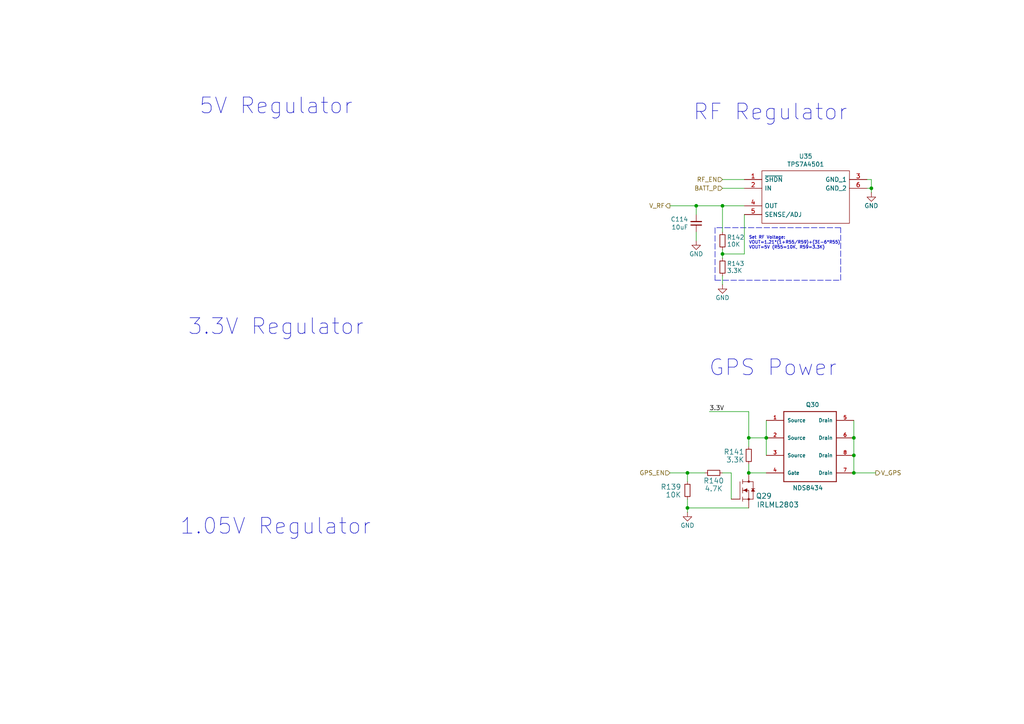
<source format=kicad_sch>
(kicad_sch (version 20231120) (generator "eeschema") (generator_version "8.0")
  (paper "A4")
  (lib_symbols
    (symbol "Device:C_Small" (pin_numbers hide) (pin_names (offset 0.254) hide)
      (property "Reference" "C" (at 0.254 1.778 0))
      (property "Value" "C_Small" (at 0.254 -2.032 0))
      (symbol "C_Small_0_1"
        (polyline (pts (xy -1.524 -0.508) (xy 1.524 -0.508)) (stroke (width 0.3302)))
        (polyline (pts (xy -1.524 0.508) (xy 1.524 0.508)) (stroke (width 0.3048)))
      )
      (symbol "C_Small_1_1"
        (pin passive line (at 0 2.54 270) (length 2.032) (name "~") (number "1"))
        (pin passive line (at 0 -2.54 90) (length 2.032) (name "~") (number "2"))
      )
    )
    (symbol "Device:R_Small" (pin_numbers hide) (pin_names (offset 0.254) hide)
      (property "Reference" "R" (at 0.762 0.508 0))
      (property "Value" "R_Small" (at 0.762 -1.016 0))
      (symbol "R_Small_0_1"
        (rectangle (start -0.762 1.778) (end 0.762 -1.778) (stroke (width 0.2032)))
      )
      (symbol "R_Small_1_1"
        (pin passive line (at 0 2.54 270) (length 0.762) (name "~") (number "1"))
        (pin passive line (at 0 -2.54 90) (length 0.762) (name "~") (number "2"))
      )
    )
    (symbol "mainboard:IRLML2803TRPBF" (pin_names (offset 1.016))
      (property "Reference" "Q" (at -11.43 1.27 0))
      (property "Value" "IRLML2803TRPBF" (at -11.43 3.81 0))
      (symbol "IRLML2803TRPBF_1_0"
        (polyline (pts (xy 0 2.54) (xy 0 -2.54)))
        (polyline (pts (xy 0.762 -2.54) (xy 0.762 -3.175)))
        (polyline (pts (xy 0.762 -1.905) (xy 0.762 -2.54)))
        (polyline (pts (xy 0.762 0) (xy 0.762 -0.762)))
        (polyline (pts (xy 0.762 0) (xy 2.54 0)))
        (polyline (pts (xy 0.762 0.762) (xy 0.762 0)))
        (polyline (pts (xy 0.762 2.54) (xy 0.762 1.905)))
        (polyline (pts (xy 0.762 2.54) (xy 3.81 2.54)))
        (polyline (pts (xy 0.762 3.175) (xy 0.762 2.54)))
        (polyline (pts (xy 2.54 -2.54) (xy 0.762 -2.54)))
        (polyline (pts (xy 2.54 -2.54) (xy 3.81 -2.54)))
        (polyline (pts (xy 2.54 0) (xy 2.54 -2.54)))
        (polyline (pts (xy 3.302 0.508) (xy 3.81 0.508)))
        (polyline (pts (xy 3.81 -0.508) (xy 3.81 -2.54)))
        (polyline (pts (xy 3.81 0.508) (xy 3.81 -0.508)))
        (polyline (pts (xy 3.81 0.508) (xy 4.318 0.508)))
        (polyline (pts (xy 3.81 2.54) (xy 3.81 0.508)))
        (polyline (pts (xy 1.016 0) (xy 2.032 0.508) (xy 2.032 -0.508)) (fill (type outline)))
        (polyline (pts (xy 3.81 0.508) (xy 3.302 -0.254) (xy 4.318 -0.254)) (fill (type outline)))
        (circle (center 2.54 -2.54) (radius 0.254))
        (circle (center 2.54 2.54) (radius 0.254))
        (pin passive line (at -2.54 -2.54 0) (length 2.54) (name "G") (number "1"))
        (pin passive line (at 2.54 -5.08 90) (length 2.54) (name "S") (number "2"))
        (pin passive line (at 2.54 5.08 270) (length 2.54) (name "D") (number "3"))
      )
    )
    (symbol "mainboard:NDS8434" (pin_names (offset 1.016))
      (symbol "NDS8434_0_0"
        (polyline (pts (xy -7.62 -10.16) (xy -7.62 10.16)) (stroke (width 0.254)))
        (polyline (pts (xy -7.62 10.16) (xy 7.62 10.16)) (stroke (width 0.254)))
        (polyline (pts (xy 7.62 -10.16) (xy -7.62 -10.16)) (stroke (width 0.254)))
        (polyline (pts (xy 7.62 10.16) (xy 7.62 -10.16)) (stroke (width 0.254)))
        (pin bidirectional line (at -12.7 7.62 0) (length 5.08) (name "Source") (number "1"))
        (pin bidirectional line (at -12.7 2.54 0) (length 5.08) (name "Source") (number "2"))
        (pin bidirectional line (at -12.7 -2.54 0) (length 5.08) (name "Source") (number "3"))
        (pin bidirectional line (at -12.7 -7.62 0) (length 5.08) (name "Gate") (number "4"))
        (pin bidirectional line (at 12.7 7.62 180) (length 5.08) (name "Drain") (number "5"))
        (pin bidirectional line (at 12.7 2.54 180) (length 5.08) (name "Drain") (number "6"))
        (pin bidirectional line (at 12.7 -7.62 180) (length 5.08) (name "Drain") (number "7"))
        (pin bidirectional line (at 12.7 -2.54 180) (length 5.08) (name "Drain") (number "8"))
      )
    )
    (symbol "mainboard:TPS7A4501DCQT" (pin_names (offset 0.762))
      (property "Reference" "IC" (at 31.75 7.62 0))
      (property "Value" "TPS7A4501DCQT" (at 31.75 5.08 0))
      (symbol "TPS7A4501DCQT_0_0"
        (pin passive line (at 0 0 0) (length 5.08) (name "~{SHDN}") (number "1"))
        (pin input line (at 0 -2.54 0) (length 5.08) (name "IN") (number "2"))
        (pin power_in line (at 35.56 0 180) (length 5.08) (name "GND_1") (number "3"))
        (pin output line (at 0 -7.62 0) (length 5.08) (name "OUT") (number "4"))
        (pin passive line (at 0 -10.16 0) (length 5.08) (name "SENSE/ADJ") (number "5"))
        (pin power_in line (at 35.56 -2.54 180) (length 5.08) (name "GND_2") (number "6"))
      )
      (symbol "TPS7A4501DCQT_0_1"
        (polyline (pts (xy 5.08 2.54) (xy 30.48 2.54) (xy 30.48 -12.7) (xy 5.08 -12.7) (xy 5.08 2.54)) (stroke (width 0.1524)))
      )
    )
    (symbol "power:GND" (power) (pin_numbers hide) (pin_names (offset 0) hide)
      (property "Value" "GND" (at 0 -3.81 0))
      (symbol "GND_0_1"
        (polyline (pts (xy 0 0) (xy 0 -1.27) (xy 1.27 -1.27) (xy 0 -2.54) (xy -1.27 -1.27) (xy 0 -1.27)))
      )
      (symbol "GND_1_1"
        (pin power_in line (at 0 0 270) (length 0) (name "~") (number "1"))
      )
    )
  )
  (junction (at 222.25 127))
  (junction (at 217.17 137.16))
  (junction (at 247.65 137.16))
  (junction (at 247.65 132.08))
  (junction (at 209.55 59.69))
  (junction (at 247.65 127))
  (junction (at 201.93 59.69))
  (junction (at 252.73 54.61))
  (junction (at 217.17 127))
  (junction (at 209.55 73.66))
  (junction (at 199.39 137.16))
  (junction (at 199.39 147.32))
  (wire (pts (xy 201.93 67.31) (xy 201.93 69.85)))
  (wire (pts (xy 209.55 59.69) (xy 209.55 67.31)))
  (wire (pts (xy 209.55 73.66) (xy 209.55 74.93)))
  (wire (pts (xy 247.65 127) (xy 247.65 132.08)))
  (wire (pts (xy 209.55 54.61) (xy 215.9 54.61)))
  (wire (pts (xy 252.73 54.61) (xy 252.73 55.88)))
  (wire (pts (xy 212.09 144.78) (xy 212.09 137.16)))
  (wire (pts (xy 209.55 72.39) (xy 209.55 73.66)))
  (wire (pts (xy 217.17 147.32) (xy 199.39 147.32)))
  (wire (pts (xy 252.73 54.61) (xy 252.73 52.07)))
  (wire (pts (xy 217.17 127) (xy 217.17 129.54)))
  (wire (pts (xy 247.65 132.08) (xy 247.65 137.16)))
  (wire (pts (xy 209.55 59.69) (xy 215.9 59.69)))
  (wire (pts (xy 252.73 52.07) (xy 251.46 52.07)))
  (wire (pts (xy 199.39 137.16) (xy 199.39 139.7)))
  (wire (pts (xy 222.25 132.08) (xy 222.25 127)))
  (wire (pts (xy 201.93 62.23) (xy 201.93 59.69)))
  (wire (pts (xy 251.46 54.61) (xy 252.73 54.61)))
  (polyline (pts (xy 207.391 66.04) (xy 207.391 81.28)) (stroke (width 0) (type dash)))
  (wire (pts (xy 199.39 137.16) (xy 204.47 137.16)))
  (polyline (pts (xy 207.391 81.28) (xy 243.84 81.28)) (stroke (width 0) (type dash)))
  (wire (pts (xy 215.9 73.66) (xy 215.9 62.23)))
  (wire (pts (xy 199.39 144.78) (xy 199.39 147.32)))
  (wire (pts (xy 194.31 137.16) (xy 199.39 137.16)))
  (wire (pts (xy 209.55 80.01) (xy 209.55 82.55)))
  (wire (pts (xy 222.25 127) (xy 222.25 121.92)))
  (polyline (pts (xy 243.84 66.04) (xy 207.391 66.04)) (stroke (width 0) (type dash)))
  (wire (pts (xy 247.65 121.92) (xy 247.65 127)))
  (wire (pts (xy 217.17 134.62) (xy 217.17 137.16)))
  (wire (pts (xy 222.25 127) (xy 217.17 127)))
  (wire (pts (xy 199.39 147.32) (xy 199.39 148.59)))
  (wire (pts (xy 194.31 59.69) (xy 201.93 59.69)))
  (wire (pts (xy 209.55 73.66) (xy 215.9 73.66)))
  (wire (pts (xy 209.55 137.16) (xy 212.09 137.16)))
  (wire (pts (xy 222.25 137.16) (xy 217.17 137.16)))
  (wire (pts (xy 201.93 59.69) (xy 209.55 59.69)))
  (polyline (pts (xy 243.84 81.28) (xy 243.84 66.04)) (stroke (width 0) (type dash)))
  (wire (pts (xy 217.17 119.38) (xy 217.17 127)))
  (wire (pts (xy 205.74 119.38) (xy 217.17 119.38)))
  (wire (pts (xy 209.55 52.07) (xy 215.9 52.07)))
  (wire (pts (xy 247.65 137.16) (xy 254 137.16)))
  (text "5V Regulator" (at 57.658 33.528 0) (effects (font (size 4.572 4.572)) (justify left bottom)))
  (text "RF Regulator" (at 200.914 35.306 0) (effects (font (size 4.572 4.572)) (justify left bottom)))
  (text "Set RF Voltage:\nVOUT=1.21*(1+R55/R59)+(3E-6*R55)\nVOUT=5V (R55=10K, R59=3.3K)\n" (at 217.17 72.39 0) (effects (font (size 0.889 0.889)) (justify left bottom)))
  (text "GPS Power" (at 205.486 109.474 0) (effects (font (size 4.572 4.572)) (justify left bottom)))
  (text "1.05V Regulator" (at 52.07 155.448 0) (effects (font (size 4.572 4.572)) (justify left bottom)))
  (text "3.3V Regulator" (at 54.356 97.536 0) (effects (font (size 4.572 4.572)) (justify left bottom)))
  (label "3.3V" (at 205.74 119.38 0))
  (hierarchical_label "V_GPS" (shape output) (at 254 137.16 0))
  (hierarchical_label "GPS_EN" (shape input) (at 194.31 137.16 180))
  (hierarchical_label "RF_EN" (shape input) (at 209.55 52.07 180))
  (hierarchical_label "V_RF" (shape output) (at 194.31 59.69 180))
  (hierarchical_label "BATT_P" (shape input) (at 209.55 54.61 180))
  (symbol (lib_id "Device:R_Small") (at 199.39 142.24 0) (unit 1)
    (property "Reference" "R139" (at 197.612 141.224 0) (effects (font (size 1.4986 1.4986)) (justify right)))
    (property "Value" "10K" (at 197.612 143.51 0) (effects (font (size 1.4986 1.4986)) (justify right)))
    (property "Footprint" "Resistor_SMD:R_0603_1608Metric" (effects (hide yes)))
    (property "Description" "Resistor, small symbol" (effects (hide yes)))
  )
  (symbol (lib_id "mainboard:NDS8434") (at 234.95 129.54 0) (unit 1)
    (property "Reference" "Q30" (at 233.68 118.11 0) (effects (justify left bottom)))
    (property "Value" "NDS8434" (at 229.87 142.24 0) (effects (justify left bottom)))
    (property "Footprint" "mainboard:NDS8434" (effects (hide yes)))
    (property "Datasheet" "https://www.onsemi.com/pdf/datasheet/nds8434-d.pdf" (effects (hide yes)))
    (property "Description" "P-Channel MOSFET" (effects (hide yes)))
    (property "Flight" "NDS8434" (effects (hide yes)))
    (property "Manufacturer_Name" "ON Semiconductor" (effects (hide yes)))
    (property "Manufacturer_Part_Number" "NDS8434" (effects (hide yes)))
    (property "Proto" "DMP2022LSS-13" (effects (hide yes)))
  )
  (symbol (lib_id "mainboard:IRLML2803TRPBF") (at 214.63 142.24 0) (unit 1)
    (property "Reference" "Q29" (at 219.202 143.002 0) (effects (font (size 1.4986 1.4986)) (justify left top)))
    (property "Value" "IRLML2803" (at 219.456 145.542 0) (effects (font (size 1.4986 1.4986)) (justify left top)))
    (property "Footprint" "mainboard:SOT-23" (effects (hide yes)))
    (property "Datasheet" "https://www.infineon.com/dgdl/irlml2803pbf.pdf?fileId=5546d462533600a4015356682aff260f" (effects (hide yes)))
    (property "Description" "Single N-Channel MOSFET" (effects (hide yes)))
    (property "Flight" "IRLML2803" (effects (hide yes)))
    (property "Manufacturer_Name" "Infineon Technologies" (effects (hide yes)))
    (property "Manufacturer_Part_Number" "IRLML2803TRPbF" (effects (hide yes)))
    (property "Proto" "2302" (effects (hide yes)))
  )
  (symbol (lib_id "Device:R_Small") (at 209.55 77.47 0) (mirror y) (unit 1)
    (property "Reference" "R143" (at 210.82 76.454 0) (effects (justify right)))
    (property "Value" "3.3K" (at 210.82 78.486 0) (effects (justify right)))
    (property "Footprint" "Resistor_SMD:R_0603_1608Metric" (effects (hide yes)))
    (property "Description" "Resistor, small symbol" (effects (hide yes)))
  )
  (symbol (lib_id "power:GND") (at 201.93 69.85 0) (unit 1)
    (property "Reference" "#PWR0153" (effects (hide yes)))
    (property "Value" "GND" (at 201.93 73.66 0))
    (property "Description" "Power symbol creates a global label with name \"GND\" , ground" (effects (hide yes)))
  )
  (symbol (lib_id "Device:R_Small") (at 217.17 132.08 0) (unit 1)
    (property "Reference" "R141" (at 215.9 131.064 0) (effects (font (size 1.4986 1.4986)) (justify right)))
    (property "Value" "3.3K" (at 215.9 133.35 0) (effects (font (size 1.4986 1.4986)) (justify right)))
    (property "Footprint" "Resistor_SMD:R_0603_1608Metric" (effects (hide yes)))
    (property "Description" "Resistor, small symbol" (effects (hide yes)))
  )
  (symbol (lib_id "power:GND") (at 199.39 148.59 0) (unit 1)
    (property "Reference" "#PWR0150" (effects (hide yes)))
    (property "Value" "GND" (at 199.39 152.4 0))
    (property "Description" "Power symbol creates a global label with name \"GND\" , ground" (effects (hide yes)))
  )
  (symbol (lib_id "power:GND") (at 209.55 82.55 0) (unit 1)
    (property "Reference" "#PWR0152" (effects (hide yes)))
    (property "Value" "GND" (at 209.55 86.36 0))
    (property "Description" "Power symbol creates a global label with name \"GND\" , ground" (effects (hide yes)))
  )
  (symbol (lib_id "Device:R_Small") (at 209.55 69.85 0) (mirror y) (unit 1)
    (property "Reference" "R142" (at 210.82 68.834 0) (effects (justify right)))
    (property "Value" "10K" (at 210.82 70.866 0) (effects (justify right)))
    (property "Footprint" "Resistor_SMD:R_0603_1608Metric" (effects (hide yes)))
    (property "Description" "Resistor, small symbol" (effects (hide yes)))
  )
  (symbol (lib_id "power:GND") (at 252.73 55.88 0) (unit 1)
    (property "Reference" "#PWR0151" (effects (hide yes)))
    (property "Value" "GND" (at 252.73 59.69 0))
    (property "Description" "Power symbol creates a global label with name \"GND\" , ground" (effects (hide yes)))
  )
  (symbol (lib_id "Device:R_Small") (at 207.01 137.16 90) (unit 1)
    (property "Reference" "R140" (at 207.01 139.446 90) (effects (font (size 1.4986 1.4986))))
    (property "Value" "4.7K" (at 207.01 141.732 90) (effects (font (size 1.4986 1.4986))))
    (property "Footprint" "Resistor_SMD:R_0603_1608Metric" (effects (hide yes)))
    (property "Description" "Resistor, small symbol" (effects (hide yes)))
  )
  (symbol (lib_id "Device:C_Small") (at 201.93 64.77 180) (unit 1)
    (property "Reference" "C114" (at 199.6186 63.6016 0) (effects (justify left)))
    (property "Value" "10uF" (at 199.6186 65.913 0) (effects (justify left)))
    (property "Footprint" "Capacitor_SMD:C_0603_1608Metric" (effects (hide yes)))
    (property "Description" "10uF +-20% 10V X5R" (effects (hide yes)))
  )
  (symbol (lib_id "mainboard:TPS7A4501DCQT") (at 215.9 52.07 0) (unit 1)
    (property "Reference" "U35" (at 233.68 45.339 0))
    (property "Value" "TPS7A4501" (at 233.68 47.6504 0))
    (property "Footprint" "mainboard:TPS7A4501DCQT" (effects (hide yes)))
    (property "Datasheet" "https://www.ti.com/lit/gpn/tps7a45" (effects (hide yes)))
    (property "Description" "Adjustable LDO" (effects (hide yes)))
    (property "Flight" "TPS7A4501DCQT" (effects (hide yes)))
    (property "Manufacturer_Name" "Texas Instruments" (effects (hide yes)))
    (property "Manufacturer_Part_Number" "TPS7A4501DCQT" (effects (hide yes)))
    (property "Proto" "TPS7A4501DCQT" (effects (hide yes)))
  )
)
</source>
